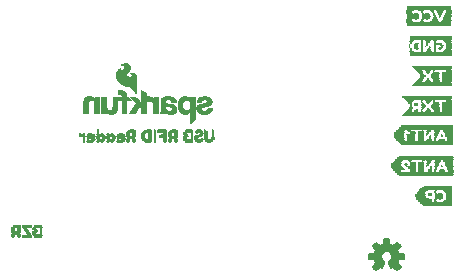
<source format=gbo>
G75*
%MOIN*%
%OFA0B0*%
%FSLAX25Y25*%
%IPPOS*%
%LPD*%
%AMOC8*
5,1,8,0,0,1.08239X$1,22.5*
%
%ADD10R,0.14961X0.00157*%
%ADD11R,0.02205X0.00157*%
%ADD12R,0.02835X0.00157*%
%ADD13R,0.02520X0.00157*%
%ADD14R,0.03307X0.00157*%
%ADD15R,0.01890X0.00157*%
%ADD16R,0.01575X0.00157*%
%ADD17R,0.02047X0.00157*%
%ADD18R,0.02362X0.00157*%
%ADD19R,0.01732X0.00157*%
%ADD20R,0.01102X0.00157*%
%ADD21R,0.00787X0.00157*%
%ADD22R,0.00945X0.00157*%
%ADD23R,0.00630X0.00157*%
%ADD24R,0.00472X0.00157*%
%ADD25R,0.01417X0.00157*%
%ADD26R,0.01260X0.00157*%
%ADD27R,0.02677X0.00157*%
%ADD28R,0.04094X0.00157*%
%ADD29R,0.04252X0.00157*%
%ADD30R,0.00315X0.00157*%
%ADD31R,0.02992X0.00157*%
%ADD32R,0.03150X0.00157*%
%ADD33R,0.03465X0.00157*%
%ADD34R,0.13858X0.00157*%
%ADD35R,0.09606X0.00157*%
%ADD36R,0.00157X0.00157*%
%ADD37R,0.13071X0.00157*%
%ADD38R,0.12913X0.00157*%
%ADD39R,0.12756X0.00157*%
%ADD40R,0.12598X0.00157*%
%ADD41R,0.12441X0.00157*%
%ADD42R,0.12283X0.00157*%
%ADD43R,0.12126X0.00157*%
%ADD44R,0.06142X0.00157*%
%ADD45R,0.16535X0.00157*%
%ADD46R,0.16378X0.00157*%
%ADD47R,0.16220X0.00157*%
%ADD48R,0.16063X0.00157*%
%ADD49R,0.15906X0.00157*%
%ADD50R,0.15748X0.00157*%
%ADD51R,0.15591X0.00157*%
%ADD52R,0.05984X0.00157*%
%ADD53R,0.09449X0.00157*%
%ADD54R,0.09921X0.00157*%
%ADD55R,0.10079X0.00157*%
%ADD56R,0.10236X0.00157*%
%ADD57R,0.10394X0.00157*%
%ADD58R,0.10551X0.00157*%
%ADD59R,0.03622X0.00157*%
%ADD60R,0.06614X0.00157*%
%ADD61R,0.03780X0.00157*%
%ADD62R,0.05039X0.00157*%
%ADD63R,0.04882X0.00157*%
%ADD64R,0.04724X0.00157*%
%ADD65R,0.04567X0.00157*%
%ADD66R,0.04409X0.00157*%
%ADD67C,0.00300*%
%ADD68C,0.00591*%
%ADD69R,0.17008X0.00157*%
%ADD70R,0.17323X0.00157*%
%ADD71R,0.17480X0.00157*%
%ADD72R,0.17638X0.00157*%
%ADD73R,0.17795X0.00157*%
%ADD74R,0.17953X0.00157*%
%ADD75R,0.18110X0.00157*%
%ADD76R,0.18268X0.00157*%
%ADD77R,0.18425X0.00157*%
%ADD78R,0.18583X0.00157*%
%ADD79R,0.18740X0.00157*%
%ADD80R,0.18898X0.00157*%
%ADD81R,0.19055X0.00157*%
%ADD82R,0.15433X0.00157*%
%ADD83R,0.03937X0.00157*%
D10*
X0280385Y0151850D03*
X0280385Y0152008D03*
X0280385Y0152165D03*
X0280385Y0152323D03*
X0280385Y0152480D03*
X0280385Y0152638D03*
X0280385Y0152795D03*
X0280385Y0157205D03*
X0280385Y0157362D03*
X0280385Y0157520D03*
X0280385Y0157677D03*
X0280385Y0157835D03*
X0280385Y0157992D03*
X0280385Y0158150D03*
D11*
X0284086Y0156732D03*
X0284086Y0156575D03*
X0286763Y0157047D03*
X0286763Y0155472D03*
X0286763Y0155315D03*
X0282353Y0153425D03*
X0274007Y0155787D03*
X0286763Y0146417D03*
X0286763Y0146260D03*
X0286763Y0143583D03*
X0282668Y0135945D03*
X0282668Y0134055D03*
X0282826Y0132953D03*
X0279991Y0136890D03*
X0277157Y0136890D03*
X0282761Y0125945D03*
X0282761Y0125787D03*
X0282761Y0124055D03*
X0282918Y0122953D03*
X0283168Y0117140D03*
X0287263Y0114620D03*
X0287263Y0114463D03*
X0284586Y0113360D03*
X0277657Y0113203D03*
X0271200Y0113203D03*
X0271042Y0113360D03*
X0271042Y0117140D03*
X0287355Y0104685D03*
X0287355Y0104528D03*
X0287355Y0104370D03*
X0284678Y0103110D03*
X0286855Y0096260D03*
X0286855Y0093583D03*
X0275072Y0102953D03*
X0274915Y0104055D03*
X0269875Y0103425D03*
X0203621Y0116732D03*
X0195432Y0116890D03*
X0191968Y0115472D03*
X0167558Y0113110D03*
X0164724Y0115000D03*
X0164724Y0115157D03*
X0164724Y0115315D03*
X0164724Y0115472D03*
X0164724Y0115630D03*
D12*
X0167716Y0114213D03*
X0171023Y0113740D03*
X0171023Y0113583D03*
X0171023Y0115000D03*
X0171023Y0115157D03*
X0174330Y0115157D03*
X0174330Y0113583D03*
X0177794Y0114213D03*
X0177794Y0114370D03*
X0181259Y0116575D03*
X0186613Y0116575D03*
X0186613Y0113268D03*
X0195275Y0114370D03*
X0195275Y0116575D03*
X0200314Y0116575D03*
X0200314Y0113268D03*
X0150058Y0084825D03*
X0142972Y0084825D03*
X0150058Y0081518D03*
X0269875Y0106260D03*
X0270033Y0106417D03*
X0270190Y0106575D03*
X0270348Y0106732D03*
X0270505Y0106890D03*
X0274600Y0104528D03*
X0278352Y0096732D03*
X0278194Y0096575D03*
X0278037Y0096417D03*
X0277879Y0096260D03*
X0283706Y0095472D03*
X0283706Y0095315D03*
X0283706Y0094528D03*
X0283706Y0094370D03*
X0286541Y0093110D03*
X0287041Y0105787D03*
X0287041Y0105945D03*
X0270728Y0113990D03*
X0270728Y0116510D03*
X0282446Y0124843D03*
X0282446Y0125157D03*
X0274100Y0126890D03*
X0282353Y0134685D03*
X0282353Y0135157D03*
X0282353Y0135315D03*
X0286448Y0143110D03*
X0283456Y0145787D03*
X0282196Y0153110D03*
X0279519Y0154528D03*
X0279519Y0154685D03*
X0279519Y0154843D03*
X0279519Y0155157D03*
X0279519Y0155315D03*
X0284086Y0157047D03*
X0286448Y0154213D03*
X0286448Y0154055D03*
X0274322Y0157047D03*
X0286948Y0116037D03*
X0286948Y0115880D03*
D13*
X0287105Y0115407D03*
X0287105Y0115250D03*
X0284586Y0113203D03*
X0287198Y0105315D03*
X0287198Y0105157D03*
X0274757Y0104370D03*
X0286698Y0096575D03*
X0286698Y0093268D03*
X0270885Y0113675D03*
X0270885Y0116825D03*
X0282603Y0124370D03*
X0282603Y0125472D03*
X0282511Y0134370D03*
X0282511Y0135630D03*
X0279991Y0137047D03*
X0277157Y0137047D03*
X0286605Y0143268D03*
X0286605Y0146575D03*
X0282353Y0153268D03*
X0279361Y0154213D03*
X0281251Y0157047D03*
X0284086Y0156890D03*
X0286605Y0154843D03*
X0286605Y0154685D03*
X0274165Y0152953D03*
X0203621Y0116575D03*
X0200472Y0116890D03*
X0191810Y0115315D03*
X0191810Y0114528D03*
X0191495Y0117047D03*
X0186771Y0113110D03*
X0177952Y0114055D03*
X0177794Y0113583D03*
X0177637Y0113425D03*
X0177637Y0113268D03*
X0177637Y0115315D03*
X0174172Y0115472D03*
X0174172Y0113268D03*
X0170865Y0113268D03*
X0170865Y0115472D03*
X0167873Y0114055D03*
X0167716Y0113583D03*
X0167558Y0113268D03*
X0150216Y0085140D03*
X0146436Y0085297D03*
D14*
X0146357Y0084825D03*
X0146357Y0084667D03*
X0142735Y0083250D03*
X0146357Y0081990D03*
X0146357Y0081833D03*
X0146357Y0081675D03*
X0146357Y0081518D03*
X0146357Y0081360D03*
X0149822Y0082148D03*
X0181023Y0115000D03*
X0186377Y0116102D03*
X0186377Y0113898D03*
X0186377Y0113740D03*
X0191416Y0116260D03*
X0191416Y0116417D03*
X0191416Y0116575D03*
X0191416Y0116732D03*
X0200078Y0113898D03*
X0269481Y0105472D03*
X0269481Y0105315D03*
X0274363Y0104843D03*
X0286804Y0106732D03*
X0286804Y0106890D03*
X0286712Y0116825D03*
X0286712Y0116982D03*
X0286304Y0122953D03*
X0286212Y0132953D03*
X0286212Y0147047D03*
X0286212Y0153110D03*
X0286212Y0153268D03*
X0282117Y0152953D03*
X0277865Y0157047D03*
X0270491Y0116037D03*
X0270491Y0115880D03*
X0270491Y0114620D03*
X0270491Y0114463D03*
X0277485Y0095472D03*
X0277485Y0095315D03*
X0277485Y0095157D03*
X0277485Y0095000D03*
D15*
X0287013Y0095630D03*
X0287013Y0095787D03*
X0287013Y0095945D03*
X0287013Y0094213D03*
X0287013Y0094055D03*
X0287513Y0102953D03*
X0287513Y0103740D03*
X0287513Y0103898D03*
X0284678Y0103425D03*
X0283261Y0106417D03*
X0283261Y0106575D03*
X0280584Y0102953D03*
X0275072Y0103110D03*
X0275072Y0103268D03*
X0275072Y0103583D03*
X0275072Y0103740D03*
X0275072Y0105157D03*
X0275072Y0105315D03*
X0275072Y0105472D03*
X0275072Y0105787D03*
X0275072Y0105945D03*
X0275072Y0106102D03*
X0270190Y0102953D03*
X0270033Y0103110D03*
X0277657Y0113360D03*
X0277657Y0113518D03*
X0277657Y0113675D03*
X0277657Y0113833D03*
X0277657Y0113990D03*
X0277657Y0114148D03*
X0277657Y0114305D03*
X0277657Y0114463D03*
X0277657Y0114620D03*
X0277657Y0114778D03*
X0277657Y0114935D03*
X0277657Y0115093D03*
X0277657Y0115250D03*
X0277657Y0115407D03*
X0277657Y0115565D03*
X0277657Y0115722D03*
X0277657Y0115880D03*
X0277657Y0116037D03*
X0277657Y0116195D03*
X0277657Y0116352D03*
X0280334Y0117140D03*
X0283168Y0116982D03*
X0283168Y0116825D03*
X0284586Y0113833D03*
X0284586Y0113675D03*
X0287420Y0113833D03*
X0287420Y0113990D03*
X0280334Y0113203D03*
X0274822Y0115565D03*
X0274822Y0116352D03*
X0273627Y0123110D03*
X0280241Y0126732D03*
X0282918Y0123740D03*
X0282826Y0133110D03*
X0282826Y0133583D03*
X0282826Y0133740D03*
X0279991Y0136732D03*
X0278416Y0135000D03*
X0277157Y0133268D03*
X0277157Y0136732D03*
X0286920Y0136260D03*
X0286920Y0144055D03*
X0286920Y0144213D03*
X0286920Y0144370D03*
X0286920Y0145630D03*
X0286920Y0145787D03*
X0286920Y0145945D03*
X0280149Y0146890D03*
X0280149Y0142953D03*
X0274952Y0142953D03*
X0273850Y0153268D03*
X0273850Y0153740D03*
X0273850Y0153898D03*
X0273850Y0155945D03*
X0273850Y0156102D03*
X0273850Y0156575D03*
X0284086Y0156417D03*
X0284086Y0156260D03*
X0286920Y0156102D03*
X0286920Y0155945D03*
X0286920Y0156890D03*
X0203621Y0116890D03*
X0177637Y0115630D03*
D16*
X0177637Y0115787D03*
X0185353Y0115945D03*
X0199369Y0114685D03*
X0199527Y0115000D03*
X0199527Y0115157D03*
X0199527Y0115315D03*
X0202991Y0114528D03*
X0167558Y0115787D03*
X0149271Y0083565D03*
X0149271Y0083407D03*
X0149271Y0083250D03*
X0149113Y0082935D03*
X0273785Y0123425D03*
X0273942Y0123583D03*
X0274100Y0126260D03*
X0278666Y0125000D03*
X0278666Y0124843D03*
X0280241Y0126575D03*
X0287170Y0126575D03*
X0287170Y0126732D03*
X0279991Y0133425D03*
X0278102Y0134370D03*
X0277944Y0134213D03*
X0277787Y0134055D03*
X0277629Y0133898D03*
X0277472Y0133740D03*
X0277314Y0133583D03*
X0278259Y0134685D03*
X0278259Y0135315D03*
X0277629Y0136102D03*
X0277472Y0136260D03*
X0277314Y0136417D03*
X0279991Y0136575D03*
X0284243Y0144370D03*
X0284243Y0144528D03*
X0280149Y0146732D03*
X0276054Y0145315D03*
X0276054Y0145157D03*
X0276054Y0145000D03*
X0276054Y0144843D03*
X0276054Y0144685D03*
X0274794Y0146890D03*
X0277944Y0153110D03*
X0276054Y0155787D03*
X0277944Y0156732D03*
X0279834Y0155787D03*
X0281409Y0156890D03*
X0284086Y0155945D03*
X0280334Y0116982D03*
X0283011Y0116352D03*
X0283011Y0116195D03*
X0284586Y0113990D03*
X0283103Y0105945D03*
X0283103Y0105787D03*
X0284678Y0103740D03*
X0287670Y0103268D03*
X0280584Y0103268D03*
X0280584Y0103110D03*
X0280426Y0106575D03*
D17*
X0283340Y0106732D03*
X0283340Y0106890D03*
X0284757Y0103268D03*
X0287434Y0104055D03*
X0287434Y0104213D03*
X0277828Y0102953D03*
X0274993Y0103898D03*
X0269954Y0103268D03*
X0284507Y0113518D03*
X0287342Y0113203D03*
X0287342Y0114148D03*
X0287342Y0114305D03*
X0282840Y0123898D03*
X0282840Y0126102D03*
X0280163Y0126890D03*
X0280163Y0123110D03*
X0274021Y0126575D03*
X0277078Y0133110D03*
X0280070Y0133110D03*
X0282747Y0133898D03*
X0282747Y0136102D03*
X0286842Y0143740D03*
X0286842Y0143898D03*
X0286842Y0146102D03*
X0282432Y0153583D03*
X0286842Y0155630D03*
X0286842Y0155787D03*
X0277865Y0156890D03*
X0273928Y0156732D03*
X0273928Y0154055D03*
X0273928Y0153110D03*
X0204015Y0115315D03*
X0203228Y0114685D03*
X0203700Y0113110D03*
X0207165Y0113110D03*
X0186850Y0112953D03*
X0167637Y0115630D03*
X0286934Y0096102D03*
X0286934Y0093898D03*
X0286934Y0093740D03*
D18*
X0286777Y0093425D03*
X0286777Y0096417D03*
X0284757Y0102953D03*
X0287277Y0104843D03*
X0287277Y0105000D03*
X0274836Y0104213D03*
X0269796Y0103583D03*
X0270964Y0113518D03*
X0270964Y0116982D03*
X0273706Y0122953D03*
X0274021Y0126732D03*
X0280163Y0127047D03*
X0282682Y0125630D03*
X0282682Y0124213D03*
X0280163Y0122953D03*
X0280070Y0132953D03*
X0282590Y0134213D03*
X0282590Y0135787D03*
X0277078Y0132953D03*
X0286684Y0143425D03*
X0277865Y0152953D03*
X0274086Y0156890D03*
X0286684Y0155157D03*
X0286684Y0155000D03*
X0287184Y0115093D03*
X0287184Y0114935D03*
X0287184Y0114778D03*
X0207165Y0113268D03*
X0203700Y0113268D03*
X0203385Y0114843D03*
X0203542Y0115000D03*
X0203700Y0115157D03*
X0200393Y0112953D03*
X0186850Y0116890D03*
X0181338Y0116890D03*
X0177716Y0115472D03*
X0177558Y0113110D03*
X0174094Y0113110D03*
X0174094Y0115630D03*
X0170787Y0115630D03*
X0170787Y0113110D03*
X0167637Y0115472D03*
X0143050Y0085140D03*
X0150137Y0081203D03*
D19*
X0149192Y0083093D03*
X0150294Y0085297D03*
X0167479Y0112953D03*
X0177558Y0112953D03*
X0199448Y0114843D03*
X0200550Y0117047D03*
X0273706Y0123268D03*
X0274021Y0126417D03*
X0280163Y0123268D03*
X0282997Y0123268D03*
X0282997Y0123425D03*
X0282997Y0123583D03*
X0282997Y0123110D03*
X0287092Y0126260D03*
X0287092Y0126417D03*
X0287092Y0126890D03*
X0282905Y0133268D03*
X0282905Y0133425D03*
X0280070Y0133268D03*
X0278338Y0134843D03*
X0278338Y0135157D03*
X0277235Y0136575D03*
X0277235Y0133425D03*
X0286999Y0136417D03*
X0286999Y0136575D03*
X0286999Y0136732D03*
X0286999Y0136890D03*
X0286999Y0144528D03*
X0286999Y0144685D03*
X0286999Y0144843D03*
X0286999Y0145000D03*
X0286999Y0145157D03*
X0286999Y0145315D03*
X0286999Y0145472D03*
X0280228Y0143110D03*
X0273771Y0153425D03*
X0273771Y0153583D03*
X0273771Y0156260D03*
X0273771Y0156417D03*
X0282432Y0153898D03*
X0282432Y0153740D03*
X0284007Y0156102D03*
X0286999Y0156260D03*
X0286999Y0156417D03*
X0286999Y0156575D03*
X0286999Y0156732D03*
X0283090Y0116667D03*
X0283090Y0116510D03*
X0287499Y0113675D03*
X0287499Y0113518D03*
X0287499Y0113360D03*
X0280413Y0113360D03*
X0274901Y0115722D03*
X0274901Y0115880D03*
X0274901Y0116037D03*
X0274901Y0116195D03*
X0280505Y0106890D03*
X0280505Y0106732D03*
X0283182Y0106260D03*
X0283182Y0106102D03*
X0284757Y0103583D03*
X0287592Y0103583D03*
X0287592Y0103425D03*
X0287592Y0103110D03*
X0277828Y0103110D03*
X0277828Y0103268D03*
X0277828Y0103425D03*
X0277828Y0103583D03*
X0277828Y0103740D03*
X0277828Y0103898D03*
X0277828Y0104055D03*
X0277828Y0104213D03*
X0277828Y0104370D03*
X0277828Y0104528D03*
X0277828Y0104685D03*
X0277828Y0104843D03*
X0277828Y0105000D03*
X0277828Y0105157D03*
X0277828Y0105315D03*
X0277828Y0105472D03*
X0277828Y0105630D03*
X0277828Y0105787D03*
X0277828Y0105945D03*
X0277828Y0106102D03*
X0275151Y0105630D03*
X0275151Y0103425D03*
X0287092Y0095472D03*
X0287092Y0095315D03*
X0287092Y0095157D03*
X0287092Y0095000D03*
X0287092Y0094843D03*
X0287092Y0094685D03*
X0287092Y0094528D03*
X0287092Y0094370D03*
D20*
X0284100Y0095945D03*
X0280792Y0095157D03*
X0280820Y0103740D03*
X0280820Y0103898D03*
X0280190Y0105945D03*
X0282867Y0105000D03*
X0282867Y0104843D03*
X0274048Y0106890D03*
X0272631Y0105630D03*
X0280570Y0113990D03*
X0280098Y0116352D03*
X0282775Y0115407D03*
X0282775Y0115250D03*
X0273641Y0116982D03*
X0276226Y0123268D03*
X0276226Y0123425D03*
X0276226Y0123583D03*
X0276226Y0125157D03*
X0276226Y0125315D03*
X0276226Y0125472D03*
X0276226Y0125630D03*
X0276226Y0125787D03*
X0274178Y0125945D03*
X0274493Y0124370D03*
X0274336Y0124213D03*
X0278430Y0124370D03*
X0278430Y0125630D03*
X0280163Y0126260D03*
X0280070Y0136260D03*
X0280385Y0143740D03*
X0279913Y0146102D03*
X0276291Y0145787D03*
X0276291Y0144055D03*
X0274558Y0143268D03*
X0274558Y0146575D03*
X0284007Y0145945D03*
X0284637Y0145315D03*
X0282432Y0154370D03*
X0282432Y0154528D03*
X0281487Y0156732D03*
X0279755Y0155945D03*
X0205905Y0116575D03*
X0205905Y0116417D03*
X0205905Y0116260D03*
X0205905Y0116102D03*
X0205905Y0115945D03*
X0205905Y0115787D03*
X0205905Y0115630D03*
X0205905Y0115472D03*
X0205905Y0115315D03*
X0205905Y0115157D03*
X0205905Y0115000D03*
X0205905Y0114843D03*
X0205905Y0114685D03*
X0205905Y0114528D03*
X0205905Y0114370D03*
X0205905Y0114213D03*
X0206062Y0114055D03*
X0204487Y0115630D03*
X0204645Y0115787D03*
X0204487Y0116102D03*
X0203700Y0117047D03*
X0202598Y0114213D03*
X0202598Y0114055D03*
X0202755Y0113898D03*
X0198976Y0114055D03*
X0198976Y0114213D03*
X0198976Y0114370D03*
X0198976Y0114528D03*
X0199133Y0115630D03*
X0199133Y0115787D03*
X0199133Y0115945D03*
X0196141Y0115945D03*
X0196141Y0115787D03*
X0196141Y0115630D03*
X0196141Y0115472D03*
X0196141Y0115315D03*
X0196141Y0115157D03*
X0196141Y0113898D03*
X0196141Y0113740D03*
X0196141Y0113583D03*
X0196141Y0113425D03*
X0196141Y0113268D03*
X0196141Y0113110D03*
X0194094Y0113740D03*
X0193936Y0113425D03*
X0193936Y0113268D03*
X0192519Y0113268D03*
X0192519Y0113425D03*
X0192519Y0113583D03*
X0192519Y0113740D03*
X0192519Y0113898D03*
X0192519Y0114055D03*
X0192519Y0114213D03*
X0192519Y0114370D03*
X0192519Y0115630D03*
X0192519Y0115787D03*
X0192519Y0115945D03*
X0193936Y0115787D03*
X0193936Y0115630D03*
X0193936Y0115472D03*
X0193936Y0115315D03*
X0187479Y0115315D03*
X0187479Y0115472D03*
X0187479Y0115630D03*
X0187479Y0115787D03*
X0187479Y0115945D03*
X0187479Y0115157D03*
X0187479Y0115000D03*
X0187479Y0114843D03*
X0187479Y0114685D03*
X0187479Y0114528D03*
X0187479Y0114370D03*
X0187479Y0114213D03*
X0187479Y0114055D03*
X0184960Y0114528D03*
X0184960Y0114685D03*
X0184960Y0114843D03*
X0184960Y0115000D03*
X0184960Y0115157D03*
X0184960Y0115315D03*
X0184960Y0115472D03*
X0185117Y0115630D03*
X0182125Y0115630D03*
X0182125Y0115787D03*
X0182125Y0115945D03*
X0182125Y0115472D03*
X0182125Y0115315D03*
X0182125Y0115157D03*
X0182125Y0113898D03*
X0182125Y0113740D03*
X0182125Y0113583D03*
X0182125Y0113425D03*
X0182125Y0113268D03*
X0182125Y0113110D03*
X0180078Y0113740D03*
X0180078Y0113898D03*
X0179920Y0113425D03*
X0179920Y0113268D03*
X0178661Y0113898D03*
X0178661Y0114685D03*
X0179920Y0115315D03*
X0179920Y0115472D03*
X0179920Y0115630D03*
X0179920Y0115787D03*
X0176771Y0114843D03*
X0176771Y0114685D03*
X0175511Y0114370D03*
X0175353Y0114055D03*
X0175353Y0114685D03*
X0173464Y0114528D03*
X0173464Y0114370D03*
X0173464Y0114213D03*
X0172046Y0114213D03*
X0172046Y0114370D03*
X0172046Y0114528D03*
X0172046Y0114685D03*
X0172046Y0114055D03*
X0170157Y0114055D03*
X0170157Y0114213D03*
X0170157Y0114370D03*
X0170157Y0114528D03*
X0170157Y0114685D03*
X0168582Y0114685D03*
X0168582Y0113898D03*
X0166692Y0114685D03*
X0166692Y0114843D03*
X0165275Y0114843D03*
X0208424Y0114528D03*
X0208424Y0114370D03*
X0208424Y0114213D03*
X0148877Y0084195D03*
X0148877Y0084037D03*
X0148877Y0083880D03*
X0148720Y0082778D03*
X0148720Y0082620D03*
X0148720Y0082463D03*
X0148720Y0082305D03*
X0143838Y0082148D03*
X0143838Y0081990D03*
X0143838Y0081833D03*
X0143838Y0081675D03*
X0143838Y0081518D03*
X0143838Y0081360D03*
X0143838Y0083407D03*
X0143838Y0083565D03*
X0143838Y0083722D03*
X0143838Y0083880D03*
X0143838Y0084037D03*
X0143838Y0084195D03*
X0141633Y0084037D03*
X0141633Y0083880D03*
X0141633Y0083722D03*
X0141633Y0083565D03*
X0141791Y0082148D03*
X0141791Y0081990D03*
X0141633Y0081675D03*
X0141633Y0081518D03*
D21*
X0141633Y0081203D03*
X0143838Y0081203D03*
X0165432Y0112953D03*
X0167479Y0112795D03*
X0170157Y0112953D03*
X0171259Y0112953D03*
X0173464Y0112953D03*
X0174566Y0112953D03*
X0177558Y0112795D03*
X0179920Y0112953D03*
X0182125Y0112953D03*
X0189054Y0112953D03*
X0192519Y0112953D03*
X0193936Y0112953D03*
X0196141Y0112953D03*
X0204645Y0114055D03*
X0174566Y0115787D03*
X0173464Y0115787D03*
X0171259Y0115787D03*
X0165432Y0115787D03*
X0164172Y0115787D03*
X0272631Y0105945D03*
X0274048Y0106732D03*
X0280033Y0105630D03*
X0280033Y0105472D03*
X0280978Y0104213D03*
X0282710Y0104213D03*
X0282710Y0104370D03*
X0282552Y0102953D03*
X0284757Y0104685D03*
X0282682Y0095787D03*
X0282682Y0094055D03*
X0282682Y0093110D03*
X0284100Y0093898D03*
X0280728Y0114305D03*
X0280728Y0114463D03*
X0279940Y0115880D03*
X0282617Y0114778D03*
X0282617Y0114620D03*
X0278115Y0122953D03*
X0278273Y0124055D03*
X0278273Y0125945D03*
X0280163Y0126102D03*
X0280163Y0123898D03*
X0274493Y0124685D03*
X0274178Y0125787D03*
X0280070Y0133898D03*
X0280070Y0136102D03*
X0278180Y0142953D03*
X0280542Y0144055D03*
X0280542Y0144213D03*
X0279755Y0145630D03*
X0282432Y0145945D03*
X0282432Y0146732D03*
X0284007Y0143898D03*
X0274401Y0143583D03*
X0274401Y0146260D03*
X0278023Y0153583D03*
X0278338Y0154055D03*
X0279755Y0153898D03*
X0282275Y0155000D03*
X0282275Y0155157D03*
X0281487Y0156575D03*
X0278023Y0156417D03*
D22*
X0277944Y0156575D03*
X0276054Y0155945D03*
X0276054Y0153898D03*
X0277944Y0153425D03*
X0282353Y0154685D03*
X0282353Y0154843D03*
X0284086Y0155157D03*
X0284086Y0155315D03*
X0284716Y0145157D03*
X0284716Y0145000D03*
X0284716Y0144843D03*
X0284716Y0144685D03*
X0282353Y0143110D03*
X0280464Y0143898D03*
X0279834Y0145787D03*
X0279834Y0145945D03*
X0276369Y0145945D03*
X0274479Y0146417D03*
X0274479Y0143425D03*
X0279991Y0133740D03*
X0278352Y0125787D03*
X0278352Y0124213D03*
X0280241Y0123740D03*
X0276304Y0123740D03*
X0276304Y0123898D03*
X0274572Y0124528D03*
X0276304Y0125945D03*
X0273720Y0116825D03*
X0273877Y0116667D03*
X0280019Y0116195D03*
X0280019Y0116037D03*
X0280649Y0114148D03*
X0282696Y0114935D03*
X0282696Y0115093D03*
X0280111Y0105787D03*
X0280899Y0104055D03*
X0282789Y0104528D03*
X0282789Y0104685D03*
X0272867Y0105157D03*
X0272710Y0105315D03*
X0272710Y0105472D03*
X0272710Y0105787D03*
X0280871Y0095945D03*
X0282761Y0096890D03*
X0208503Y0114685D03*
X0208503Y0114843D03*
X0208503Y0115000D03*
X0208503Y0115157D03*
X0208503Y0115315D03*
X0208503Y0115472D03*
X0208503Y0115630D03*
X0208503Y0115787D03*
X0208503Y0115945D03*
X0208503Y0116102D03*
X0208503Y0116260D03*
X0208503Y0116417D03*
X0208503Y0116575D03*
X0208503Y0116732D03*
X0208503Y0116890D03*
X0205826Y0116890D03*
X0205826Y0116732D03*
X0204566Y0115945D03*
X0202991Y0116102D03*
X0201259Y0115945D03*
X0201259Y0115787D03*
X0201259Y0115630D03*
X0201259Y0115472D03*
X0201259Y0115315D03*
X0201259Y0115157D03*
X0201259Y0115000D03*
X0201259Y0114843D03*
X0201259Y0114685D03*
X0201259Y0114528D03*
X0201259Y0114370D03*
X0201259Y0114213D03*
X0201259Y0114055D03*
X0193857Y0113110D03*
X0192598Y0113110D03*
X0188976Y0113110D03*
X0188976Y0113268D03*
X0188976Y0113425D03*
X0188976Y0113583D03*
X0188976Y0113740D03*
X0188976Y0113898D03*
X0188976Y0114055D03*
X0188976Y0114213D03*
X0188976Y0114370D03*
X0188976Y0114528D03*
X0188976Y0114685D03*
X0188976Y0114843D03*
X0188976Y0115000D03*
X0188976Y0115157D03*
X0188976Y0115315D03*
X0188976Y0115472D03*
X0188976Y0115630D03*
X0188976Y0115787D03*
X0188976Y0115945D03*
X0188976Y0116102D03*
X0188976Y0116260D03*
X0188976Y0116417D03*
X0188976Y0116575D03*
X0188976Y0116732D03*
X0188976Y0116890D03*
X0179842Y0113110D03*
X0175432Y0114213D03*
X0175432Y0114528D03*
X0170078Y0115787D03*
X0170078Y0115945D03*
X0170078Y0116102D03*
X0170078Y0116260D03*
X0170078Y0116417D03*
X0170078Y0116575D03*
X0170078Y0116732D03*
X0170078Y0116890D03*
X0170078Y0117047D03*
X0165353Y0114685D03*
X0165353Y0114528D03*
X0165353Y0114370D03*
X0165353Y0114213D03*
X0165353Y0114055D03*
X0165353Y0113898D03*
X0165353Y0113740D03*
X0165353Y0113583D03*
X0165353Y0113425D03*
X0165353Y0113268D03*
X0165353Y0113110D03*
X0151003Y0084195D03*
X0151003Y0084037D03*
X0151003Y0083880D03*
X0151003Y0083722D03*
X0151003Y0083565D03*
X0151003Y0083407D03*
X0151003Y0083250D03*
X0151003Y0083093D03*
X0151003Y0082935D03*
X0151003Y0082778D03*
X0151003Y0082620D03*
X0151003Y0082463D03*
X0151003Y0082305D03*
X0141554Y0081360D03*
D23*
X0166771Y0113740D03*
X0170078Y0117205D03*
X0176850Y0113740D03*
X0274035Y0116510D03*
X0279861Y0115722D03*
X0280806Y0114620D03*
X0282539Y0114463D03*
X0282539Y0114305D03*
X0282381Y0113203D03*
X0284586Y0114935D03*
X0284586Y0115093D03*
X0278037Y0123110D03*
X0278194Y0123898D03*
X0278194Y0126102D03*
X0278037Y0126890D03*
X0274257Y0125630D03*
X0274415Y0125157D03*
X0274415Y0125000D03*
X0274415Y0124843D03*
X0278102Y0143110D03*
X0276527Y0143898D03*
X0274322Y0143898D03*
X0274322Y0143740D03*
X0274322Y0146102D03*
X0278102Y0146890D03*
X0279676Y0145472D03*
X0280621Y0144370D03*
X0282353Y0145315D03*
X0282353Y0146102D03*
X0282353Y0146260D03*
X0282353Y0146417D03*
X0282353Y0146575D03*
X0282353Y0143268D03*
X0278102Y0153740D03*
X0278259Y0153898D03*
X0278416Y0155787D03*
X0278259Y0155945D03*
X0278102Y0156260D03*
X0281724Y0156260D03*
X0281724Y0156417D03*
X0281881Y0156102D03*
X0282039Y0155787D03*
X0282196Y0155472D03*
X0282196Y0155315D03*
X0284086Y0155000D03*
X0284086Y0154843D03*
X0274127Y0106575D03*
X0274285Y0106260D03*
X0279954Y0105315D03*
X0281056Y0104528D03*
X0281056Y0104370D03*
X0282631Y0104055D03*
X0282631Y0103898D03*
X0282603Y0096732D03*
X0282603Y0095945D03*
X0282603Y0093898D03*
D24*
X0282525Y0093740D03*
X0282525Y0093583D03*
X0282525Y0093425D03*
X0282525Y0093268D03*
X0282525Y0096102D03*
X0282525Y0096260D03*
X0282525Y0096417D03*
X0282525Y0096575D03*
X0282552Y0103110D03*
X0282552Y0103583D03*
X0282552Y0103740D03*
X0281135Y0104685D03*
X0279875Y0105157D03*
X0278458Y0106260D03*
X0278615Y0106890D03*
X0274206Y0106417D03*
X0284757Y0105000D03*
X0284757Y0104843D03*
X0282302Y0113360D03*
X0282460Y0113990D03*
X0282460Y0114148D03*
X0280885Y0114778D03*
X0279783Y0115407D03*
X0279783Y0115565D03*
X0278365Y0116510D03*
X0278365Y0116667D03*
X0278365Y0117140D03*
X0278115Y0123740D03*
X0280163Y0124055D03*
X0280163Y0125945D03*
X0282210Y0126260D03*
X0282210Y0126890D03*
X0278115Y0126260D03*
X0274336Y0125472D03*
X0274336Y0125315D03*
X0280070Y0134055D03*
X0280070Y0135945D03*
X0282117Y0136260D03*
X0282117Y0136890D03*
X0282275Y0143425D03*
X0282275Y0143583D03*
X0282275Y0143740D03*
X0282275Y0143898D03*
X0282275Y0144055D03*
X0282275Y0144213D03*
X0282275Y0144370D03*
X0282275Y0144528D03*
X0282275Y0144685D03*
X0282275Y0144843D03*
X0282275Y0145000D03*
X0282275Y0145157D03*
X0280700Y0144528D03*
X0279598Y0145157D03*
X0279598Y0145315D03*
X0278180Y0145315D03*
X0278180Y0145472D03*
X0278180Y0145630D03*
X0278180Y0145787D03*
X0278180Y0145945D03*
X0278180Y0146102D03*
X0278180Y0146260D03*
X0278180Y0146417D03*
X0278180Y0146575D03*
X0278180Y0146732D03*
X0278180Y0145157D03*
X0278180Y0145000D03*
X0278180Y0144843D03*
X0278180Y0144685D03*
X0278180Y0144528D03*
X0278180Y0144370D03*
X0278180Y0144213D03*
X0278180Y0144055D03*
X0278180Y0143898D03*
X0278180Y0143740D03*
X0278180Y0143583D03*
X0278180Y0143425D03*
X0278180Y0143268D03*
X0274243Y0144055D03*
X0274243Y0144213D03*
X0274243Y0145787D03*
X0274243Y0145945D03*
X0282117Y0155630D03*
X0281960Y0155945D03*
X0278180Y0156102D03*
X0202913Y0115945D03*
X0204645Y0114213D03*
X0207165Y0112795D03*
D25*
X0207165Y0112953D03*
X0206220Y0113898D03*
X0204330Y0115472D03*
X0203700Y0112953D03*
X0199291Y0115472D03*
X0195511Y0117047D03*
X0187007Y0117047D03*
X0185275Y0114055D03*
X0181495Y0117047D03*
X0178503Y0113740D03*
X0168424Y0113740D03*
X0143208Y0085297D03*
X0146042Y0083722D03*
X0146357Y0083250D03*
X0146830Y0082620D03*
X0147145Y0082148D03*
X0149035Y0083722D03*
X0273641Y0117140D03*
X0280255Y0116825D03*
X0280255Y0116667D03*
X0282932Y0116037D03*
X0282932Y0115880D03*
X0280413Y0113518D03*
X0280348Y0106417D03*
X0283025Y0105630D03*
X0283025Y0105472D03*
X0280663Y0103425D03*
X0284100Y0095787D03*
X0284100Y0094055D03*
X0280163Y0123425D03*
X0278588Y0124685D03*
X0278588Y0125157D03*
X0280163Y0126417D03*
X0276226Y0123110D03*
X0276226Y0122953D03*
X0274178Y0123898D03*
X0274021Y0123740D03*
X0278180Y0134528D03*
X0278180Y0135472D03*
X0278023Y0135630D03*
X0277865Y0135787D03*
X0277708Y0135945D03*
X0280070Y0136417D03*
X0280228Y0143268D03*
X0280070Y0146417D03*
X0280070Y0146575D03*
X0276133Y0145472D03*
X0276133Y0144528D03*
X0276133Y0144370D03*
X0274716Y0143110D03*
X0284165Y0144213D03*
X0282432Y0154055D03*
X0282432Y0154213D03*
X0284007Y0155787D03*
X0279755Y0154055D03*
X0276133Y0154055D03*
D26*
X0277944Y0153268D03*
X0284086Y0155472D03*
X0284086Y0155630D03*
X0282511Y0146890D03*
X0279991Y0146260D03*
X0280306Y0143583D03*
X0280306Y0143425D03*
X0282511Y0142953D03*
X0284086Y0144055D03*
X0276212Y0144213D03*
X0276212Y0145630D03*
X0274637Y0146732D03*
X0279991Y0133583D03*
X0278509Y0125472D03*
X0278509Y0125315D03*
X0278509Y0124528D03*
X0280241Y0123583D03*
X0274257Y0124055D03*
X0274100Y0126102D03*
X0280176Y0116510D03*
X0280491Y0113833D03*
X0280491Y0113675D03*
X0282853Y0115565D03*
X0282853Y0115722D03*
X0280269Y0106260D03*
X0280269Y0106102D03*
X0280741Y0103583D03*
X0282946Y0105157D03*
X0282946Y0105315D03*
X0280714Y0095787D03*
X0280714Y0095630D03*
X0280714Y0095472D03*
X0280714Y0095315D03*
X0282761Y0092953D03*
X0208346Y0114055D03*
X0208188Y0113898D03*
X0204566Y0113898D03*
X0202676Y0114370D03*
X0194172Y0113898D03*
X0194015Y0113583D03*
X0194015Y0115157D03*
X0194015Y0115945D03*
X0185196Y0115787D03*
X0185039Y0114370D03*
X0185196Y0114213D03*
X0179999Y0113583D03*
X0179999Y0115157D03*
X0179999Y0115945D03*
X0178582Y0114843D03*
X0173542Y0114685D03*
X0173542Y0114055D03*
X0168503Y0114843D03*
X0145649Y0084195D03*
X0145806Y0084037D03*
X0145964Y0083880D03*
X0146121Y0083565D03*
X0146279Y0083407D03*
X0146436Y0083093D03*
X0146594Y0082935D03*
X0146751Y0082778D03*
X0146909Y0082463D03*
X0147066Y0082305D03*
X0141712Y0081833D03*
X0141712Y0083407D03*
X0141712Y0084195D03*
D27*
X0143050Y0084982D03*
X0150137Y0084982D03*
X0150137Y0081360D03*
X0167637Y0113425D03*
X0167637Y0115157D03*
X0167637Y0115315D03*
X0170944Y0115315D03*
X0170944Y0113425D03*
X0174251Y0113425D03*
X0174251Y0115315D03*
X0177716Y0115157D03*
X0181338Y0116732D03*
X0186692Y0116732D03*
X0191731Y0115157D03*
X0191731Y0115000D03*
X0191731Y0114843D03*
X0191731Y0114685D03*
X0195353Y0116732D03*
X0200393Y0116732D03*
X0203700Y0116417D03*
X0203700Y0116260D03*
X0203700Y0113425D03*
X0200393Y0113110D03*
X0207165Y0113425D03*
X0269796Y0103740D03*
X0274428Y0113360D03*
X0274428Y0113518D03*
X0274428Y0113675D03*
X0274428Y0113833D03*
X0274428Y0113990D03*
X0274428Y0114148D03*
X0274428Y0114305D03*
X0274428Y0114463D03*
X0274428Y0114620D03*
X0274428Y0114778D03*
X0274428Y0114935D03*
X0274428Y0115093D03*
X0274428Y0115250D03*
X0274428Y0115407D03*
X0270806Y0116667D03*
X0270806Y0113833D03*
X0282525Y0124528D03*
X0282525Y0124685D03*
X0282525Y0125315D03*
X0282432Y0134528D03*
X0282432Y0135472D03*
X0286527Y0146732D03*
X0286527Y0154370D03*
X0286527Y0154528D03*
X0279598Y0155000D03*
X0279440Y0155472D03*
X0279440Y0155630D03*
X0279440Y0154370D03*
X0287027Y0115722D03*
X0287027Y0115565D03*
X0287119Y0105630D03*
X0287119Y0105472D03*
X0286619Y0096732D03*
X0283627Y0095630D03*
X0283627Y0094213D03*
D28*
X0270348Y0103898D03*
X0270190Y0104055D03*
X0274952Y0154213D03*
X0274952Y0154370D03*
X0274952Y0155630D03*
D29*
X0275031Y0155472D03*
X0275031Y0155315D03*
X0275031Y0155157D03*
X0275031Y0155000D03*
X0275031Y0154843D03*
X0275031Y0154685D03*
X0275031Y0154528D03*
X0278273Y0094055D03*
X0279218Y0093110D03*
X0279375Y0092953D03*
D30*
X0282474Y0103268D03*
X0282474Y0103425D03*
X0281214Y0104843D03*
X0279796Y0104843D03*
X0279796Y0105000D03*
X0278537Y0106417D03*
X0278537Y0106575D03*
X0278537Y0106732D03*
X0282381Y0113518D03*
X0282381Y0113675D03*
X0282381Y0113833D03*
X0280964Y0114935D03*
X0280964Y0115093D03*
X0279704Y0115250D03*
X0278444Y0116825D03*
X0278444Y0116982D03*
X0284586Y0115407D03*
X0284586Y0115250D03*
X0278037Y0123268D03*
X0278037Y0123425D03*
X0278037Y0123583D03*
X0278037Y0126417D03*
X0278037Y0126575D03*
X0278037Y0126732D03*
X0282289Y0126417D03*
X0280779Y0144685D03*
X0280779Y0144843D03*
X0279519Y0145000D03*
X0274165Y0145000D03*
X0274165Y0144843D03*
X0274165Y0144685D03*
X0274165Y0144528D03*
X0274165Y0144370D03*
X0274165Y0145157D03*
X0274165Y0145315D03*
X0274165Y0145472D03*
X0274165Y0145630D03*
X0284086Y0154528D03*
X0284086Y0154685D03*
X0208503Y0117047D03*
X0205826Y0117047D03*
X0203621Y0112795D03*
X0188976Y0117047D03*
X0177637Y0115945D03*
X0167558Y0115945D03*
D31*
X0167637Y0115000D03*
X0167637Y0114528D03*
X0167794Y0114370D03*
X0171102Y0113898D03*
X0171102Y0114843D03*
X0174409Y0114843D03*
X0174409Y0115000D03*
X0174409Y0113898D03*
X0174409Y0113740D03*
X0177716Y0114528D03*
X0177716Y0115000D03*
X0181180Y0114528D03*
X0181180Y0114370D03*
X0181180Y0114213D03*
X0181180Y0114055D03*
X0181180Y0116417D03*
X0186535Y0116417D03*
X0186535Y0113425D03*
X0195196Y0114055D03*
X0195196Y0114213D03*
X0195196Y0114528D03*
X0195196Y0114685D03*
X0195196Y0116417D03*
X0200235Y0116417D03*
X0203700Y0113740D03*
X0203700Y0113583D03*
X0207165Y0113583D03*
X0200235Y0113425D03*
X0149979Y0084667D03*
X0146357Y0084352D03*
X0142893Y0084667D03*
X0142893Y0082778D03*
X0142893Y0082620D03*
X0142893Y0082463D03*
X0142893Y0082305D03*
X0149979Y0081675D03*
X0269796Y0106102D03*
X0274521Y0104685D03*
X0274428Y0113203D03*
X0270649Y0114148D03*
X0270649Y0116352D03*
X0282367Y0125000D03*
X0286869Y0116352D03*
X0286869Y0116195D03*
X0286962Y0106260D03*
X0286962Y0106102D03*
X0286462Y0096890D03*
X0283785Y0095157D03*
X0283785Y0095000D03*
X0283785Y0094843D03*
X0283785Y0094685D03*
X0278588Y0096890D03*
X0277800Y0096102D03*
X0277643Y0095945D03*
X0277643Y0095787D03*
X0282275Y0134843D03*
X0282275Y0135000D03*
X0283535Y0145472D03*
X0283535Y0145630D03*
X0286369Y0146890D03*
X0286369Y0153740D03*
X0286369Y0153898D03*
D32*
X0286291Y0153583D03*
X0286291Y0153425D03*
X0286291Y0142953D03*
X0286291Y0136102D03*
X0286291Y0135945D03*
X0286291Y0135787D03*
X0286291Y0135630D03*
X0286291Y0135472D03*
X0286291Y0135315D03*
X0286291Y0135157D03*
X0286291Y0135000D03*
X0286291Y0134843D03*
X0286291Y0134685D03*
X0286291Y0134528D03*
X0286291Y0134370D03*
X0286291Y0134213D03*
X0286291Y0134055D03*
X0286291Y0133898D03*
X0286291Y0133740D03*
X0286291Y0133583D03*
X0286291Y0133425D03*
X0286291Y0133268D03*
X0286291Y0133110D03*
X0286383Y0126102D03*
X0286383Y0125945D03*
X0286383Y0125787D03*
X0286383Y0125630D03*
X0286383Y0125472D03*
X0286383Y0125315D03*
X0286383Y0125157D03*
X0286383Y0125000D03*
X0286383Y0124843D03*
X0286383Y0124685D03*
X0286383Y0124528D03*
X0286383Y0124370D03*
X0286383Y0124213D03*
X0286383Y0124055D03*
X0286383Y0123898D03*
X0286383Y0123740D03*
X0286383Y0123583D03*
X0286383Y0123425D03*
X0286383Y0123268D03*
X0286383Y0123110D03*
X0286791Y0116667D03*
X0286791Y0116510D03*
X0270570Y0116195D03*
X0270570Y0114305D03*
X0270820Y0107047D03*
X0269718Y0105945D03*
X0269560Y0105787D03*
X0269560Y0105630D03*
X0286883Y0106417D03*
X0286883Y0106575D03*
X0277564Y0095630D03*
X0286383Y0092953D03*
X0207243Y0113740D03*
X0200157Y0113740D03*
X0200157Y0113583D03*
X0200157Y0116102D03*
X0200157Y0116260D03*
X0195117Y0116260D03*
X0195117Y0116102D03*
X0195117Y0115000D03*
X0195117Y0114843D03*
X0191495Y0116102D03*
X0191495Y0116890D03*
X0186456Y0116260D03*
X0186456Y0113583D03*
X0181102Y0114685D03*
X0181102Y0114843D03*
X0181102Y0116102D03*
X0181102Y0116260D03*
X0146436Y0085140D03*
X0146436Y0084982D03*
X0146436Y0084510D03*
X0146279Y0081203D03*
X0149901Y0081833D03*
X0149901Y0081990D03*
X0149901Y0084352D03*
X0149901Y0084510D03*
X0142814Y0084510D03*
X0142814Y0084352D03*
X0142814Y0083093D03*
X0142814Y0082935D03*
D33*
X0269560Y0104843D03*
X0269560Y0105000D03*
X0269560Y0105157D03*
X0274285Y0105000D03*
X0270413Y0114778D03*
X0270413Y0114935D03*
X0270413Y0115093D03*
X0270413Y0115250D03*
X0270413Y0115407D03*
X0270413Y0115565D03*
X0270413Y0115722D03*
X0286633Y0117140D03*
X0277564Y0094843D03*
X0277564Y0094685D03*
X0286133Y0152953D03*
D34*
X0280936Y0148150D03*
X0280936Y0147992D03*
X0280936Y0147835D03*
X0280936Y0147677D03*
X0280936Y0147520D03*
X0280936Y0147362D03*
X0280936Y0147205D03*
X0280936Y0142795D03*
X0280936Y0142638D03*
X0280936Y0142480D03*
X0280936Y0142323D03*
X0280936Y0142165D03*
X0280936Y0142008D03*
X0280936Y0141850D03*
D35*
X0278810Y0147047D03*
X0283155Y0097992D03*
X0283155Y0092008D03*
D36*
X0281292Y0105000D03*
X0284757Y0105157D03*
X0281042Y0115250D03*
X0279625Y0115093D03*
X0273168Y0115565D03*
X0280163Y0124213D03*
X0280163Y0125787D03*
X0282210Y0126575D03*
X0282210Y0126732D03*
X0280070Y0134213D03*
X0280070Y0135787D03*
X0282117Y0136417D03*
X0282117Y0136575D03*
X0282117Y0136732D03*
X0280857Y0145000D03*
X0279440Y0144843D03*
X0164015Y0114843D03*
D37*
X0281330Y0131850D03*
X0281330Y0138150D03*
D38*
X0281409Y0137992D03*
X0281409Y0132008D03*
D39*
X0281487Y0132165D03*
X0281487Y0137835D03*
D40*
X0281566Y0137677D03*
X0281566Y0132323D03*
D41*
X0281645Y0132480D03*
X0281645Y0137520D03*
D42*
X0281724Y0137362D03*
X0281724Y0132638D03*
D43*
X0281802Y0132795D03*
X0281802Y0137205D03*
D44*
X0284794Y0137047D03*
X0284887Y0127047D03*
D45*
X0279690Y0128150D03*
X0279690Y0121850D03*
D46*
X0279769Y0122008D03*
X0279769Y0127992D03*
D47*
X0279848Y0127835D03*
X0279848Y0122165D03*
D48*
X0279926Y0122323D03*
X0279926Y0127677D03*
D49*
X0280005Y0127520D03*
X0280005Y0122480D03*
D50*
X0280084Y0122638D03*
X0280084Y0127362D03*
D51*
X0280163Y0127205D03*
X0280163Y0122795D03*
D52*
X0275517Y0127047D03*
D53*
X0283233Y0098150D03*
X0283233Y0091850D03*
D54*
X0282997Y0092165D03*
X0282997Y0097835D03*
D55*
X0282918Y0097677D03*
X0282918Y0092323D03*
D56*
X0282840Y0092480D03*
X0282840Y0097520D03*
D57*
X0282761Y0097362D03*
X0282761Y0092638D03*
D58*
X0282682Y0092795D03*
X0282682Y0097205D03*
D59*
X0286147Y0097047D03*
X0277800Y0094370D03*
X0277643Y0094528D03*
X0269639Y0104685D03*
D60*
X0280556Y0097047D03*
D61*
X0278037Y0094213D03*
X0269875Y0104370D03*
X0269718Y0104528D03*
D62*
X0278824Y0093898D03*
D63*
X0278903Y0093740D03*
D64*
X0278981Y0093583D03*
D65*
X0279060Y0093425D03*
D66*
X0279139Y0093268D03*
D67*
X0207787Y0123606D02*
X0207944Y0124000D01*
X0208023Y0124512D01*
X0206566Y0124512D01*
X0206566Y0124276D01*
X0206487Y0124079D01*
X0206369Y0123921D01*
X0206054Y0123685D01*
X0205818Y0123646D01*
X0205621Y0123606D01*
X0205385Y0123567D01*
X0205228Y0123606D01*
X0205070Y0123606D01*
X0204913Y0123646D01*
X0204755Y0123724D01*
X0204598Y0123843D01*
X0204479Y0123961D01*
X0204401Y0124276D01*
X0204440Y0124433D01*
X0204519Y0124591D01*
X0204676Y0124709D01*
X0204873Y0124827D01*
X0205109Y0124906D01*
X0205739Y0125063D01*
X0206133Y0125142D01*
X0206487Y0125220D01*
X0206802Y0125339D01*
X0207078Y0125457D01*
X0207353Y0125614D01*
X0207590Y0125772D01*
X0207747Y0126008D01*
X0207865Y0126283D01*
X0207905Y0126638D01*
X0207865Y0127110D01*
X0207708Y0127504D01*
X0207432Y0127819D01*
X0207157Y0128055D01*
X0206763Y0128252D01*
X0206369Y0128331D01*
X0205936Y0128409D01*
X0205031Y0128409D01*
X0204598Y0128331D01*
X0204204Y0128213D01*
X0203850Y0128055D01*
X0203535Y0127819D01*
X0203298Y0127504D01*
X0203102Y0127110D01*
X0203023Y0126638D01*
X0204479Y0126638D01*
X0204519Y0126835D01*
X0204598Y0127031D01*
X0204676Y0127150D01*
X0204794Y0127228D01*
X0204952Y0127307D01*
X0205149Y0127386D01*
X0205818Y0127386D01*
X0205936Y0127346D01*
X0206094Y0127307D01*
X0206212Y0127268D01*
X0206369Y0127031D01*
X0206369Y0126874D01*
X0206330Y0126717D01*
X0206212Y0126559D01*
X0206054Y0126441D01*
X0205818Y0126323D01*
X0205582Y0126244D01*
X0205267Y0126205D01*
X0204322Y0125969D01*
X0203968Y0125890D01*
X0203416Y0125575D01*
X0203180Y0125378D01*
X0203023Y0125142D01*
X0202905Y0124866D01*
X0202865Y0124512D01*
X0202944Y0124000D01*
X0203102Y0123567D01*
X0203338Y0123252D01*
X0203653Y0122976D01*
X0204046Y0122780D01*
X0204479Y0122661D01*
X0204952Y0122583D01*
X0205424Y0122543D01*
X0205897Y0122583D01*
X0206369Y0122661D01*
X0206802Y0122780D01*
X0207196Y0122976D01*
X0207511Y0123252D01*
X0207787Y0123606D01*
X0207710Y0123508D02*
X0203146Y0123508D01*
X0203014Y0123807D02*
X0204645Y0123807D01*
X0204443Y0124105D02*
X0202928Y0124105D01*
X0202882Y0124404D02*
X0204433Y0124404D01*
X0204668Y0124702D02*
X0202886Y0124702D01*
X0202962Y0125001D02*
X0205490Y0125001D01*
X0205227Y0126195D02*
X0207827Y0126195D01*
X0207889Y0126493D02*
X0206124Y0126493D01*
X0206349Y0126792D02*
X0207892Y0126792D01*
X0207867Y0127090D02*
X0206330Y0127090D01*
X0206601Y0128284D02*
X0204443Y0128284D01*
X0203757Y0127986D02*
X0207237Y0127986D01*
X0207547Y0127687D02*
X0203436Y0127687D01*
X0203241Y0127389D02*
X0207754Y0127389D01*
X0207673Y0125896D02*
X0203997Y0125896D01*
X0203457Y0125598D02*
X0207325Y0125598D01*
X0206698Y0125299D02*
X0203128Y0125299D01*
X0202235Y0125299D02*
X0200779Y0125299D01*
X0200779Y0125142D02*
X0200621Y0124512D01*
X0200503Y0124236D01*
X0200306Y0124039D01*
X0200070Y0123843D01*
X0199794Y0123764D01*
X0199440Y0123724D01*
X0199125Y0123764D01*
X0198810Y0123843D01*
X0198574Y0124039D01*
X0198416Y0124236D01*
X0198298Y0124512D01*
X0196960Y0123882D01*
X0197196Y0123449D01*
X0197550Y0123094D01*
X0197983Y0122780D01*
X0198456Y0122622D01*
X0199046Y0122543D01*
X0199755Y0122661D01*
X0199991Y0122780D01*
X0200385Y0123016D01*
X0200700Y0123409D01*
X0200739Y0123409D01*
X0200739Y0119394D01*
X0201094Y0119748D01*
X0201684Y0120220D01*
X0202039Y0120575D01*
X0202235Y0120732D01*
X0202235Y0128016D01*
X0202078Y0128055D01*
X0201881Y0128094D01*
X0201684Y0128094D01*
X0201527Y0128134D01*
X0201330Y0128173D01*
X0201172Y0128213D01*
X0200779Y0128291D01*
X0200779Y0127583D01*
X0200621Y0127780D01*
X0200464Y0127937D01*
X0200267Y0128094D01*
X0199873Y0128331D01*
X0199401Y0128409D01*
X0199125Y0128409D01*
X0198535Y0128370D01*
X0197983Y0128173D01*
X0197550Y0127898D01*
X0197196Y0127504D01*
X0196920Y0127071D01*
X0196763Y0126559D01*
X0196645Y0126008D01*
X0196605Y0125417D01*
X0198141Y0125457D01*
X0198141Y0125811D01*
X0198180Y0126126D01*
X0198298Y0126441D01*
X0198416Y0126717D01*
X0198613Y0126953D01*
X0198850Y0127110D01*
X0199125Y0127228D01*
X0199479Y0127268D01*
X0199794Y0127228D01*
X0200109Y0127110D01*
X0200306Y0126953D01*
X0200503Y0126717D01*
X0200621Y0126441D01*
X0200739Y0126126D01*
X0200779Y0125811D01*
X0200779Y0125142D01*
X0200743Y0125001D02*
X0202235Y0125001D01*
X0202235Y0124702D02*
X0200669Y0124702D01*
X0200575Y0124404D02*
X0202235Y0124404D01*
X0202235Y0124105D02*
X0200372Y0124105D01*
X0199945Y0123807D02*
X0202235Y0123807D01*
X0202235Y0123508D02*
X0197164Y0123508D01*
X0197001Y0123807D02*
X0198953Y0123807D01*
X0198521Y0124105D02*
X0197434Y0124105D01*
X0196867Y0124105D01*
X0196960Y0123882D02*
X0198298Y0124512D01*
X0198180Y0124827D01*
X0198141Y0125142D01*
X0198141Y0125457D01*
X0196605Y0125417D01*
X0196645Y0124866D01*
X0196763Y0124354D01*
X0196960Y0123882D01*
X0196752Y0124404D02*
X0198069Y0124404D01*
X0198345Y0124404D01*
X0198227Y0124702D02*
X0196683Y0124702D01*
X0196635Y0125001D02*
X0198159Y0125001D01*
X0198141Y0125299D02*
X0196614Y0125299D01*
X0196617Y0125598D02*
X0198141Y0125598D01*
X0198152Y0125896D02*
X0196637Y0125896D01*
X0196685Y0126195D02*
X0198206Y0126195D01*
X0198321Y0126493D02*
X0196749Y0126493D01*
X0196835Y0126792D02*
X0198479Y0126792D01*
X0198820Y0127090D02*
X0196933Y0127090D01*
X0197123Y0127389D02*
X0202235Y0127389D01*
X0202235Y0127687D02*
X0200779Y0127687D01*
X0200695Y0127687D02*
X0197361Y0127687D01*
X0197689Y0127986D02*
X0200403Y0127986D01*
X0200779Y0127986D02*
X0202235Y0127986D01*
X0202235Y0127090D02*
X0200134Y0127090D01*
X0200440Y0126792D02*
X0202235Y0126792D01*
X0202235Y0126493D02*
X0200599Y0126493D01*
X0200713Y0126195D02*
X0202235Y0126195D01*
X0202235Y0125896D02*
X0200768Y0125896D01*
X0200779Y0125598D02*
X0202235Y0125598D01*
X0203048Y0126792D02*
X0204510Y0126792D01*
X0204637Y0127090D02*
X0203098Y0127090D01*
X0200813Y0128284D02*
X0200779Y0128284D01*
X0199950Y0128284D02*
X0198295Y0128284D01*
X0195818Y0127268D02*
X0195700Y0127425D01*
X0195582Y0127622D01*
X0195464Y0127780D01*
X0195306Y0127898D01*
X0194913Y0128134D01*
X0194716Y0128213D01*
X0194519Y0128252D01*
X0194283Y0128331D01*
X0194046Y0128370D01*
X0193850Y0128409D01*
X0192944Y0128409D01*
X0192747Y0128370D01*
X0192511Y0128370D01*
X0192314Y0128331D01*
X0192117Y0128252D01*
X0191920Y0128213D01*
X0191724Y0128134D01*
X0191251Y0127780D01*
X0191133Y0127622D01*
X0191054Y0127465D01*
X0190976Y0127268D01*
X0190936Y0127071D01*
X0190936Y0123646D01*
X0190897Y0123567D01*
X0190897Y0123213D01*
X0190857Y0123134D01*
X0190857Y0123055D01*
X0190818Y0122976D01*
X0190818Y0122858D01*
X0190779Y0122780D01*
X0190739Y0122740D01*
X0190739Y0122701D01*
X0192275Y0122701D01*
X0192275Y0122740D01*
X0192314Y0122780D01*
X0192314Y0122819D01*
X0192353Y0122858D01*
X0192353Y0122976D01*
X0192393Y0123016D01*
X0192393Y0123252D01*
X0192472Y0123134D01*
X0192590Y0123055D01*
X0192668Y0122976D01*
X0192787Y0122898D01*
X0192905Y0122858D01*
X0193023Y0122780D01*
X0193495Y0122622D01*
X0193613Y0122622D01*
X0193731Y0122583D01*
X0193889Y0122583D01*
X0194007Y0122543D01*
X0194440Y0122543D01*
X0194637Y0122583D01*
X0194834Y0122583D01*
X0194991Y0122622D01*
X0195188Y0122701D01*
X0195346Y0122780D01*
X0195464Y0122858D01*
X0195621Y0122937D01*
X0195739Y0123055D01*
X0195818Y0123173D01*
X0195936Y0123331D01*
X0196015Y0123449D01*
X0196054Y0123646D01*
X0196133Y0123803D01*
X0196133Y0124000D01*
X0196172Y0124197D01*
X0196094Y0124630D01*
X0195976Y0124984D01*
X0195818Y0125260D01*
X0195542Y0125496D01*
X0195267Y0125654D01*
X0194952Y0125772D01*
X0194637Y0125850D01*
X0194283Y0125890D01*
X0193968Y0125063D01*
X0194086Y0125024D01*
X0194165Y0124984D01*
X0194204Y0124945D01*
X0194361Y0124866D01*
X0194401Y0124827D01*
X0194479Y0124787D01*
X0194598Y0124551D01*
X0194598Y0124472D01*
X0194637Y0124394D01*
X0194637Y0124197D01*
X0194598Y0124079D01*
X0194598Y0124000D01*
X0194558Y0123921D01*
X0194519Y0123882D01*
X0194479Y0123803D01*
X0194401Y0123764D01*
X0194361Y0123724D01*
X0194204Y0123646D01*
X0194125Y0123646D01*
X0194046Y0123606D01*
X0193968Y0123606D01*
X0193889Y0123567D01*
X0193692Y0123567D01*
X0193495Y0123606D01*
X0193298Y0123606D01*
X0193141Y0123685D01*
X0192983Y0123724D01*
X0192865Y0123803D01*
X0192787Y0123882D01*
X0192708Y0124000D01*
X0192629Y0124079D01*
X0192550Y0124315D01*
X0192511Y0124394D01*
X0192472Y0124512D01*
X0192472Y0125417D01*
X0192550Y0125339D01*
X0192629Y0125339D01*
X0192787Y0125260D01*
X0192865Y0125260D01*
X0192944Y0125220D01*
X0193102Y0125220D01*
X0193298Y0126008D01*
X0193023Y0126087D01*
X0192787Y0126165D01*
X0192590Y0126283D01*
X0192472Y0126441D01*
X0192472Y0126874D01*
X0192590Y0127110D01*
X0192629Y0127150D01*
X0192668Y0127228D01*
X0192905Y0127346D01*
X0192983Y0127346D01*
X0193062Y0127386D01*
X0193771Y0127386D01*
X0194165Y0127189D01*
X0194322Y0127031D01*
X0194361Y0126953D01*
X0194401Y0126835D01*
X0194440Y0126756D01*
X0194440Y0126559D01*
X0195976Y0126559D01*
X0195897Y0127031D01*
X0195818Y0127268D01*
X0195727Y0127389D02*
X0191024Y0127389D01*
X0190940Y0127090D02*
X0192580Y0127090D01*
X0192472Y0126792D02*
X0190936Y0126792D01*
X0190936Y0126493D02*
X0192472Y0126493D01*
X0192737Y0126195D02*
X0190936Y0126195D01*
X0190936Y0125896D02*
X0193270Y0125896D01*
X0194224Y0125896D01*
X0194283Y0125890D02*
X0193968Y0125063D01*
X0193889Y0125063D01*
X0193810Y0125102D01*
X0193653Y0125102D01*
X0193535Y0125142D01*
X0193377Y0125142D01*
X0193259Y0125181D01*
X0193180Y0125181D01*
X0193102Y0125220D01*
X0193298Y0126008D01*
X0193574Y0125969D01*
X0194283Y0125890D01*
X0194171Y0125598D02*
X0195364Y0125598D01*
X0195772Y0125299D02*
X0194058Y0125299D01*
X0193121Y0125299D01*
X0192708Y0125299D01*
X0192472Y0125299D02*
X0190936Y0125299D01*
X0190936Y0125001D02*
X0192472Y0125001D01*
X0192472Y0124702D02*
X0190936Y0124702D01*
X0190936Y0124404D02*
X0192508Y0124404D01*
X0192620Y0124105D02*
X0190936Y0124105D01*
X0190936Y0123807D02*
X0192862Y0123807D01*
X0192421Y0123210D02*
X0195845Y0123210D01*
X0196027Y0123508D02*
X0190897Y0123508D01*
X0190895Y0123210D02*
X0192393Y0123210D01*
X0192353Y0122911D02*
X0190818Y0122911D01*
X0190070Y0122911D02*
X0188535Y0122911D01*
X0188535Y0122701D02*
X0190070Y0122701D01*
X0190070Y0128016D01*
X0189873Y0128055D01*
X0189716Y0128094D01*
X0189519Y0128094D01*
X0189322Y0128134D01*
X0189165Y0128173D01*
X0188771Y0128252D01*
X0188613Y0128291D01*
X0188613Y0127228D01*
X0188456Y0127504D01*
X0188298Y0127701D01*
X0188102Y0127937D01*
X0187905Y0128094D01*
X0187629Y0128252D01*
X0187393Y0128331D01*
X0187117Y0128409D01*
X0186566Y0128409D01*
X0186527Y0128370D01*
X0186487Y0128370D01*
X0186487Y0126953D01*
X0186527Y0126953D01*
X0186605Y0126992D01*
X0187039Y0126992D01*
X0187432Y0126953D01*
X0187747Y0126874D01*
X0188023Y0126717D01*
X0188220Y0126480D01*
X0188377Y0126205D01*
X0188456Y0125929D01*
X0188535Y0125575D01*
X0188535Y0122701D01*
X0188535Y0123210D02*
X0190070Y0123210D01*
X0190070Y0123508D02*
X0188535Y0123508D01*
X0188535Y0123807D02*
X0190070Y0123807D01*
X0190070Y0124105D02*
X0188535Y0124105D01*
X0188535Y0124404D02*
X0190070Y0124404D01*
X0190070Y0124702D02*
X0188535Y0124702D01*
X0188535Y0125001D02*
X0190070Y0125001D01*
X0190070Y0125299D02*
X0188535Y0125299D01*
X0188529Y0125598D02*
X0190070Y0125598D01*
X0190070Y0125896D02*
X0188463Y0125896D01*
X0188380Y0126195D02*
X0190070Y0126195D01*
X0190070Y0126493D02*
X0188209Y0126493D01*
X0187891Y0126792D02*
X0190070Y0126792D01*
X0190070Y0127090D02*
X0186487Y0127090D01*
X0186487Y0127389D02*
X0188522Y0127389D01*
X0188613Y0127389D02*
X0190070Y0127389D01*
X0190070Y0127687D02*
X0188613Y0127687D01*
X0188613Y0127986D02*
X0190070Y0127986D01*
X0191182Y0127687D02*
X0195533Y0127687D01*
X0195159Y0127986D02*
X0191526Y0127986D01*
X0192198Y0128284D02*
X0194422Y0128284D01*
X0194263Y0127090D02*
X0195877Y0127090D01*
X0195937Y0126792D02*
X0194422Y0126792D01*
X0194171Y0125598D02*
X0193196Y0125598D01*
X0190936Y0125598D01*
X0194131Y0125001D02*
X0195966Y0125001D01*
X0196070Y0124702D02*
X0194522Y0124702D01*
X0194632Y0124404D02*
X0196135Y0124404D01*
X0196154Y0124105D02*
X0194606Y0124105D01*
X0194481Y0123807D02*
X0196133Y0123807D01*
X0195570Y0122911D02*
X0192766Y0122911D01*
X0193641Y0122613D02*
X0194954Y0122613D01*
X0197435Y0123210D02*
X0200540Y0123210D01*
X0200739Y0123210D02*
X0202235Y0123210D01*
X0202235Y0122911D02*
X0200739Y0122911D01*
X0200739Y0122613D02*
X0202235Y0122613D01*
X0202235Y0122314D02*
X0200739Y0122314D01*
X0200739Y0122016D02*
X0202235Y0122016D01*
X0202235Y0121717D02*
X0200739Y0121717D01*
X0200739Y0121419D02*
X0202235Y0121419D01*
X0202235Y0121120D02*
X0200739Y0121120D01*
X0200739Y0120822D02*
X0202235Y0120822D01*
X0201987Y0120523D02*
X0200739Y0120523D01*
X0200739Y0120225D02*
X0201688Y0120225D01*
X0201316Y0119926D02*
X0200739Y0119926D01*
X0200739Y0119628D02*
X0200973Y0119628D01*
X0199463Y0122613D02*
X0198526Y0122613D01*
X0197802Y0122911D02*
X0200211Y0122911D01*
X0203386Y0123210D02*
X0207463Y0123210D01*
X0207066Y0122911D02*
X0203783Y0122911D01*
X0204772Y0122613D02*
X0206077Y0122613D01*
X0206217Y0123807D02*
X0207867Y0123807D01*
X0207960Y0124105D02*
X0206498Y0124105D01*
X0206566Y0124404D02*
X0208006Y0124404D01*
X0188641Y0128284D02*
X0188613Y0128284D01*
X0188040Y0127986D02*
X0186487Y0127986D01*
X0186487Y0128284D02*
X0187532Y0128284D01*
X0188309Y0127687D02*
X0186487Y0127687D01*
X0185897Y0127687D02*
X0184361Y0127687D01*
X0184361Y0127389D02*
X0185897Y0127389D01*
X0185897Y0127090D02*
X0184361Y0127090D01*
X0184361Y0126792D02*
X0185897Y0126792D01*
X0185897Y0126493D02*
X0184361Y0126493D01*
X0184160Y0126493D02*
X0182454Y0126493D01*
X0182708Y0126244D02*
X0180385Y0122701D01*
X0182235Y0122701D01*
X0183771Y0125181D01*
X0184361Y0124630D01*
X0184361Y0122701D01*
X0185897Y0122701D01*
X0185897Y0129551D01*
X0184361Y0130378D01*
X0184361Y0126283D01*
X0182432Y0128291D01*
X0180621Y0128291D01*
X0182708Y0126244D01*
X0182676Y0126195D02*
X0185897Y0126195D01*
X0185897Y0125896D02*
X0182480Y0125896D01*
X0182284Y0125598D02*
X0185897Y0125598D01*
X0185897Y0125299D02*
X0182088Y0125299D01*
X0181893Y0125001D02*
X0183659Y0125001D01*
X0183964Y0125001D02*
X0185897Y0125001D01*
X0185897Y0124702D02*
X0184284Y0124702D01*
X0184361Y0124404D02*
X0185897Y0124404D01*
X0185897Y0124105D02*
X0184361Y0124105D01*
X0184361Y0123807D02*
X0185897Y0123807D01*
X0185897Y0123508D02*
X0184361Y0123508D01*
X0184361Y0123210D02*
X0185897Y0123210D01*
X0185897Y0122911D02*
X0184361Y0122911D01*
X0182920Y0123807D02*
X0181110Y0123807D01*
X0181306Y0124105D02*
X0183105Y0124105D01*
X0183290Y0124404D02*
X0181501Y0124404D01*
X0181697Y0124702D02*
X0183474Y0124702D01*
X0182735Y0123508D02*
X0180914Y0123508D01*
X0180719Y0123210D02*
X0182550Y0123210D01*
X0182366Y0122911D02*
X0180523Y0122911D01*
X0179440Y0122911D02*
X0177944Y0122911D01*
X0177944Y0122701D02*
X0179440Y0122701D01*
X0179440Y0127268D01*
X0180976Y0127268D01*
X0180818Y0127386D01*
X0180188Y0128016D01*
X0180031Y0128134D01*
X0179913Y0128291D01*
X0179440Y0128291D01*
X0179440Y0129079D01*
X0179322Y0129394D01*
X0179204Y0129669D01*
X0179007Y0129906D01*
X0178731Y0130102D01*
X0178416Y0130260D01*
X0178023Y0130378D01*
X0176881Y0130378D01*
X0176802Y0130339D01*
X0176802Y0129236D01*
X0177472Y0129236D01*
X0177629Y0129197D01*
X0177787Y0129118D01*
X0177865Y0129000D01*
X0177905Y0128921D01*
X0177905Y0128764D01*
X0177944Y0128606D01*
X0177944Y0128291D01*
X0176881Y0128291D01*
X0176881Y0127268D01*
X0177944Y0127268D01*
X0177944Y0122701D01*
X0177944Y0123210D02*
X0179440Y0123210D01*
X0179440Y0123508D02*
X0177944Y0123508D01*
X0177944Y0123807D02*
X0179440Y0123807D01*
X0179440Y0124105D02*
X0177944Y0124105D01*
X0177944Y0124404D02*
X0179440Y0124404D01*
X0179440Y0124702D02*
X0177944Y0124702D01*
X0177944Y0125001D02*
X0179440Y0125001D01*
X0179440Y0125299D02*
X0177944Y0125299D01*
X0177944Y0125598D02*
X0179440Y0125598D01*
X0179440Y0125896D02*
X0177944Y0125896D01*
X0177944Y0126195D02*
X0179440Y0126195D01*
X0179440Y0126493D02*
X0177944Y0126493D01*
X0177944Y0126792D02*
X0179440Y0126792D01*
X0179440Y0127090D02*
X0177944Y0127090D01*
X0176881Y0127389D02*
X0180815Y0127389D01*
X0180517Y0127687D02*
X0176881Y0127687D01*
X0176881Y0127986D02*
X0180218Y0127986D01*
X0179918Y0128284D02*
X0176881Y0128284D01*
X0176409Y0128284D02*
X0174913Y0128284D01*
X0174913Y0128291D02*
X0174913Y0125142D01*
X0174834Y0124512D01*
X0174794Y0124276D01*
X0174558Y0123961D01*
X0174361Y0123843D01*
X0174165Y0123803D01*
X0173928Y0123764D01*
X0173613Y0123803D01*
X0173377Y0123843D01*
X0173180Y0123961D01*
X0173023Y0124118D01*
X0172905Y0124354D01*
X0172787Y0124630D01*
X0172747Y0124945D01*
X0172747Y0128291D01*
X0171212Y0128291D01*
X0171212Y0122701D01*
X0172668Y0122701D01*
X0172668Y0123488D01*
X0172708Y0123488D01*
X0172865Y0123252D01*
X0173023Y0123055D01*
X0173220Y0122898D01*
X0173456Y0122780D01*
X0173653Y0122701D01*
X0173889Y0122622D01*
X0174165Y0122583D01*
X0174401Y0122543D01*
X0174952Y0122583D01*
X0175385Y0122740D01*
X0175739Y0122937D01*
X0176015Y0123173D01*
X0176212Y0123528D01*
X0176330Y0123921D01*
X0176409Y0124354D01*
X0176409Y0128291D01*
X0174913Y0128291D01*
X0174913Y0127986D02*
X0176409Y0127986D01*
X0176409Y0127687D02*
X0174913Y0127687D01*
X0174913Y0127389D02*
X0176409Y0127389D01*
X0176409Y0127090D02*
X0174913Y0127090D01*
X0174913Y0126792D02*
X0176409Y0126792D01*
X0176409Y0126493D02*
X0174913Y0126493D01*
X0174913Y0126195D02*
X0176409Y0126195D01*
X0176409Y0125896D02*
X0174913Y0125896D01*
X0174913Y0125598D02*
X0176409Y0125598D01*
X0176409Y0125299D02*
X0174913Y0125299D01*
X0174895Y0125001D02*
X0176409Y0125001D01*
X0176409Y0124702D02*
X0174858Y0124702D01*
X0174816Y0124404D02*
X0176409Y0124404D01*
X0176363Y0124105D02*
X0174667Y0124105D01*
X0174182Y0123807D02*
X0176296Y0123807D01*
X0176201Y0123508D02*
X0171212Y0123508D01*
X0171212Y0123210D02*
X0172668Y0123210D01*
X0172899Y0123210D02*
X0176035Y0123210D01*
X0175693Y0122911D02*
X0173203Y0122911D01*
X0172668Y0122911D02*
X0171212Y0122911D01*
X0170385Y0122911D02*
X0168850Y0122911D01*
X0168850Y0122701D02*
X0170385Y0122701D01*
X0170385Y0128291D01*
X0168928Y0128291D01*
X0168928Y0127504D01*
X0168889Y0127504D01*
X0168731Y0127740D01*
X0168574Y0127898D01*
X0168377Y0128055D01*
X0168141Y0128213D01*
X0167668Y0128370D01*
X0167432Y0128409D01*
X0167196Y0128409D01*
X0166645Y0128370D01*
X0166212Y0128252D01*
X0165857Y0128055D01*
X0165582Y0127780D01*
X0165385Y0127465D01*
X0165267Y0127071D01*
X0165188Y0126638D01*
X0165149Y0126126D01*
X0165149Y0122701D01*
X0166684Y0122701D01*
X0166684Y0125850D01*
X0166724Y0126165D01*
X0166763Y0126441D01*
X0166802Y0126677D01*
X0166920Y0126874D01*
X0167039Y0127031D01*
X0167235Y0127150D01*
X0167432Y0127189D01*
X0167668Y0127228D01*
X0167983Y0127189D01*
X0168220Y0127150D01*
X0168416Y0127031D01*
X0168574Y0126835D01*
X0168692Y0126638D01*
X0168810Y0126362D01*
X0168850Y0126008D01*
X0168850Y0122701D01*
X0168850Y0123210D02*
X0170385Y0123210D01*
X0170385Y0123508D02*
X0168850Y0123508D01*
X0168850Y0123807D02*
X0170385Y0123807D01*
X0170385Y0124105D02*
X0168850Y0124105D01*
X0168850Y0124404D02*
X0170385Y0124404D01*
X0170385Y0124702D02*
X0168850Y0124702D01*
X0168850Y0125001D02*
X0170385Y0125001D01*
X0170385Y0125299D02*
X0168850Y0125299D01*
X0168850Y0125598D02*
X0170385Y0125598D01*
X0170385Y0125896D02*
X0168850Y0125896D01*
X0168829Y0126195D02*
X0170385Y0126195D01*
X0170385Y0126493D02*
X0168754Y0126493D01*
X0168600Y0126792D02*
X0170385Y0126792D01*
X0170385Y0127090D02*
X0168318Y0127090D01*
X0168767Y0127687D02*
X0165524Y0127687D01*
X0165362Y0127389D02*
X0170385Y0127389D01*
X0170385Y0127687D02*
X0168928Y0127687D01*
X0168928Y0127986D02*
X0170385Y0127986D01*
X0170385Y0128284D02*
X0168928Y0128284D01*
X0168464Y0127986D02*
X0165788Y0127986D01*
X0166331Y0128284D02*
X0167925Y0128284D01*
X0167137Y0127090D02*
X0165273Y0127090D01*
X0165216Y0126792D02*
X0166871Y0126792D01*
X0166772Y0126493D02*
X0165177Y0126493D01*
X0165154Y0126195D02*
X0166728Y0126195D01*
X0166690Y0125896D02*
X0165149Y0125896D01*
X0165149Y0125598D02*
X0166684Y0125598D01*
X0166684Y0125299D02*
X0165149Y0125299D01*
X0165149Y0125001D02*
X0166684Y0125001D01*
X0166684Y0124702D02*
X0165149Y0124702D01*
X0165149Y0124404D02*
X0166684Y0124404D01*
X0166684Y0124105D02*
X0165149Y0124105D01*
X0165149Y0123807D02*
X0166684Y0123807D01*
X0166684Y0123508D02*
X0165149Y0123508D01*
X0165149Y0123210D02*
X0166684Y0123210D01*
X0166684Y0122911D02*
X0165149Y0122911D01*
X0171212Y0123807D02*
X0173592Y0123807D01*
X0173036Y0124105D02*
X0171212Y0124105D01*
X0171212Y0124404D02*
X0172884Y0124404D01*
X0172778Y0124702D02*
X0171212Y0124702D01*
X0171212Y0125001D02*
X0172747Y0125001D01*
X0172747Y0125299D02*
X0171212Y0125299D01*
X0171212Y0125598D02*
X0172747Y0125598D01*
X0172747Y0125896D02*
X0171212Y0125896D01*
X0171212Y0126195D02*
X0172747Y0126195D01*
X0172747Y0126493D02*
X0171212Y0126493D01*
X0171212Y0126792D02*
X0172747Y0126792D01*
X0172747Y0127090D02*
X0171212Y0127090D01*
X0171212Y0127389D02*
X0172747Y0127389D01*
X0172747Y0127687D02*
X0171212Y0127687D01*
X0171212Y0127986D02*
X0172747Y0127986D01*
X0172747Y0128284D02*
X0171212Y0128284D01*
X0176802Y0129478D02*
X0179286Y0129478D01*
X0179402Y0129180D02*
X0177663Y0129180D01*
X0177905Y0128881D02*
X0179440Y0128881D01*
X0179440Y0128583D02*
X0177944Y0128583D01*
X0176802Y0129777D02*
X0179114Y0129777D01*
X0178769Y0130075D02*
X0176802Y0130075D01*
X0176873Y0130374D02*
X0178036Y0130374D01*
X0178465Y0132165D02*
X0182747Y0132165D01*
X0182747Y0131867D02*
X0180411Y0131867D01*
X0180464Y0131835D02*
X0180267Y0131953D01*
X0180031Y0131992D01*
X0179283Y0131992D01*
X0178810Y0132071D01*
X0178377Y0132189D01*
X0177983Y0132346D01*
X0177590Y0132583D01*
X0177275Y0132858D01*
X0176960Y0133173D01*
X0176684Y0133528D01*
X0176291Y0134236D01*
X0176094Y0134945D01*
X0176054Y0135654D01*
X0176172Y0136283D01*
X0176369Y0136835D01*
X0176645Y0137307D01*
X0176960Y0137661D01*
X0177275Y0137819D01*
X0177275Y0137504D01*
X0177353Y0137268D01*
X0177472Y0137189D01*
X0177590Y0137150D01*
X0177865Y0137150D01*
X0178180Y0137307D01*
X0178298Y0137386D01*
X0178456Y0137504D01*
X0178574Y0137583D01*
X0178692Y0137701D01*
X0178771Y0137858D01*
X0178850Y0137976D01*
X0178889Y0138134D01*
X0178928Y0138252D01*
X0178889Y0138370D01*
X0178850Y0138449D01*
X0178810Y0138567D01*
X0178731Y0138685D01*
X0178574Y0138803D01*
X0178416Y0138882D01*
X0178220Y0138921D01*
X0178062Y0138961D01*
X0177944Y0138961D01*
X0177826Y0138921D01*
X0177708Y0138921D01*
X0177747Y0138961D01*
X0177905Y0139079D01*
X0178141Y0139197D01*
X0178456Y0139315D01*
X0178810Y0139433D01*
X0179204Y0139433D01*
X0179637Y0139354D01*
X0180070Y0139118D01*
X0180424Y0138803D01*
X0180621Y0138528D01*
X0180739Y0138173D01*
X0180739Y0137858D01*
X0180661Y0137504D01*
X0180464Y0137150D01*
X0180188Y0136835D01*
X0179873Y0136480D01*
X0179598Y0136165D01*
X0179479Y0135890D01*
X0179479Y0135614D01*
X0179558Y0135378D01*
X0179716Y0135181D01*
X0179952Y0135024D01*
X0180267Y0134945D01*
X0180582Y0134945D01*
X0180779Y0134984D01*
X0180976Y0135063D01*
X0181094Y0135142D01*
X0181212Y0135260D01*
X0181291Y0135417D01*
X0181330Y0135535D01*
X0181330Y0135654D01*
X0181291Y0135772D01*
X0181212Y0135890D01*
X0181054Y0136047D01*
X0180936Y0136087D01*
X0180779Y0136165D01*
X0180739Y0136205D01*
X0180818Y0136244D01*
X0180897Y0136244D01*
X0181054Y0136283D01*
X0181369Y0136283D01*
X0181605Y0136244D01*
X0181999Y0136087D01*
X0182157Y0135969D01*
X0182353Y0135850D01*
X0182472Y0135654D01*
X0182590Y0135417D01*
X0182668Y0135181D01*
X0182747Y0134472D01*
X0182747Y0129433D01*
X0182708Y0129433D01*
X0182629Y0129551D01*
X0182511Y0129669D01*
X0182393Y0129827D01*
X0182196Y0130024D01*
X0181999Y0130260D01*
X0181763Y0130496D01*
X0181566Y0130772D01*
X0181054Y0131283D01*
X0180857Y0131520D01*
X0180464Y0131835D01*
X0180797Y0131568D02*
X0182747Y0131568D01*
X0182747Y0131270D02*
X0181068Y0131270D01*
X0181367Y0130971D02*
X0182747Y0130971D01*
X0182747Y0130672D02*
X0181637Y0130672D01*
X0181885Y0130374D02*
X0182747Y0130374D01*
X0182747Y0130075D02*
X0182153Y0130075D01*
X0182430Y0129777D02*
X0182747Y0129777D01*
X0182747Y0129478D02*
X0182678Y0129478D01*
X0182439Y0128284D02*
X0180628Y0128284D01*
X0180933Y0127986D02*
X0182726Y0127986D01*
X0183013Y0127687D02*
X0181237Y0127687D01*
X0181541Y0127389D02*
X0183299Y0127389D01*
X0183586Y0127090D02*
X0181845Y0127090D01*
X0182150Y0126792D02*
X0183873Y0126792D01*
X0184361Y0127986D02*
X0185897Y0127986D01*
X0185897Y0128284D02*
X0184361Y0128284D01*
X0184361Y0128583D02*
X0185897Y0128583D01*
X0185897Y0128881D02*
X0184361Y0128881D01*
X0184361Y0129180D02*
X0185897Y0129180D01*
X0185897Y0129478D02*
X0184361Y0129478D01*
X0184361Y0129777D02*
X0185478Y0129777D01*
X0184923Y0130075D02*
X0184361Y0130075D01*
X0184361Y0130374D02*
X0184369Y0130374D01*
X0182747Y0132464D02*
X0177788Y0132464D01*
X0177385Y0132762D02*
X0182747Y0132762D01*
X0182747Y0133061D02*
X0177072Y0133061D01*
X0176815Y0133359D02*
X0182747Y0133359D01*
X0182747Y0133658D02*
X0176612Y0133658D01*
X0176446Y0133956D02*
X0182747Y0133956D01*
X0182747Y0134255D02*
X0176285Y0134255D01*
X0176202Y0134553D02*
X0182738Y0134553D01*
X0182705Y0134852D02*
X0176120Y0134852D01*
X0176082Y0135150D02*
X0179762Y0135150D01*
X0179535Y0135449D02*
X0176066Y0135449D01*
X0176072Y0135747D02*
X0179479Y0135747D01*
X0179546Y0136046D02*
X0176128Y0136046D01*
X0176194Y0136344D02*
X0179754Y0136344D01*
X0180018Y0136643D02*
X0176301Y0136643D01*
X0176431Y0136941D02*
X0180281Y0136941D01*
X0180514Y0137240D02*
X0178046Y0137240D01*
X0178507Y0137538D02*
X0180668Y0137538D01*
X0180735Y0137837D02*
X0178760Y0137837D01*
X0178889Y0138135D02*
X0180739Y0138135D01*
X0180652Y0138434D02*
X0178857Y0138434D01*
X0178668Y0138732D02*
X0180475Y0138732D01*
X0180168Y0139031D02*
X0177841Y0139031D01*
X0178499Y0139329D02*
X0179683Y0139329D01*
X0177275Y0137538D02*
X0176850Y0137538D01*
X0176606Y0137240D02*
X0177395Y0137240D01*
X0181056Y0136046D02*
X0182054Y0136046D01*
X0182415Y0135747D02*
X0181299Y0135747D01*
X0181301Y0135449D02*
X0182574Y0135449D01*
X0182672Y0135150D02*
X0181102Y0135150D01*
X0175034Y0122613D02*
X0173954Y0122613D01*
D68*
X0261602Y0078636D02*
X0262619Y0079654D01*
X0264103Y0078443D01*
X0264701Y0078751D01*
X0265342Y0078956D01*
X0265535Y0080861D01*
X0266975Y0080861D01*
X0267168Y0078956D01*
X0267809Y0078751D01*
X0268407Y0078443D01*
X0269891Y0079654D01*
X0270909Y0078636D01*
X0269698Y0077152D01*
X0270006Y0076554D01*
X0270211Y0075913D01*
X0272116Y0075720D01*
X0272116Y0074280D01*
X0270211Y0074087D01*
X0270006Y0073446D01*
X0269698Y0072848D01*
X0270909Y0071364D01*
X0269891Y0070346D01*
X0268407Y0071557D01*
X0267809Y0071249D01*
X0266961Y0073295D01*
X0267340Y0073507D01*
X0267659Y0073801D01*
X0267900Y0074162D01*
X0268050Y0074569D01*
X0268101Y0075000D01*
X0268048Y0075439D01*
X0267892Y0075852D01*
X0267643Y0076217D01*
X0267314Y0076511D01*
X0266924Y0076720D01*
X0266496Y0076829D01*
X0266054Y0076834D01*
X0265624Y0076734D01*
X0265230Y0076534D01*
X0264895Y0076246D01*
X0264638Y0075887D01*
X0264473Y0075477D01*
X0264410Y0075040D01*
X0264454Y0074600D01*
X0264600Y0074184D01*
X0264842Y0073814D01*
X0265164Y0073512D01*
X0265549Y0073295D01*
X0264701Y0071249D01*
X0264103Y0071557D01*
X0262619Y0070346D01*
X0261602Y0071364D01*
X0262812Y0072848D01*
X0262504Y0073446D01*
X0262299Y0074087D01*
X0260394Y0074280D01*
X0260394Y0075720D01*
X0262299Y0075913D01*
X0262504Y0076554D01*
X0262812Y0077152D01*
X0261602Y0078636D01*
X0261673Y0078548D02*
X0263975Y0078548D01*
X0264308Y0078548D02*
X0268203Y0078548D01*
X0268536Y0078548D02*
X0270837Y0078548D01*
X0270407Y0079138D02*
X0269258Y0079138D01*
X0270357Y0077959D02*
X0262153Y0077959D01*
X0262633Y0077370D02*
X0269877Y0077370D01*
X0269889Y0076781D02*
X0266683Y0076781D01*
X0265828Y0076781D02*
X0262621Y0076781D01*
X0262388Y0076192D02*
X0264856Y0076192D01*
X0264523Y0075603D02*
X0260394Y0075603D01*
X0260394Y0075014D02*
X0264413Y0075014D01*
X0264515Y0074425D02*
X0260394Y0074425D01*
X0262379Y0073836D02*
X0264827Y0073836D01*
X0265529Y0073247D02*
X0262607Y0073247D01*
X0262656Y0072658D02*
X0265285Y0072658D01*
X0265041Y0072069D02*
X0262176Y0072069D01*
X0261696Y0071480D02*
X0264009Y0071480D01*
X0264253Y0071480D02*
X0264797Y0071480D01*
X0263287Y0070891D02*
X0262075Y0070891D01*
X0266981Y0073247D02*
X0269904Y0073247D01*
X0269854Y0072658D02*
X0267225Y0072658D01*
X0267469Y0072069D02*
X0270334Y0072069D01*
X0270814Y0071480D02*
X0268501Y0071480D01*
X0268257Y0071480D02*
X0267713Y0071480D01*
X0269224Y0070891D02*
X0270435Y0070891D01*
X0270131Y0073836D02*
X0267682Y0073836D01*
X0267997Y0074425D02*
X0272116Y0074425D01*
X0272116Y0075014D02*
X0268099Y0075014D01*
X0267986Y0075603D02*
X0272116Y0075603D01*
X0270122Y0076192D02*
X0267659Y0076192D01*
X0267150Y0079138D02*
X0265360Y0079138D01*
X0265420Y0079727D02*
X0267090Y0079727D01*
X0267030Y0080316D02*
X0265480Y0080316D01*
X0263252Y0079138D02*
X0262103Y0079138D01*
D69*
X0279861Y0112100D03*
X0279861Y0118400D03*
D70*
X0279704Y0118242D03*
X0279704Y0112258D03*
D71*
X0279625Y0112415D03*
X0279625Y0118085D03*
D72*
X0279546Y0117927D03*
X0279546Y0112573D03*
D73*
X0279468Y0112730D03*
X0279468Y0117770D03*
D74*
X0279389Y0117612D03*
X0279389Y0112888D03*
X0279481Y0108150D03*
X0279481Y0101850D03*
D75*
X0279310Y0113045D03*
X0279310Y0117455D03*
D76*
X0279231Y0117297D03*
X0279324Y0107992D03*
X0279324Y0102008D03*
D77*
X0279245Y0102165D03*
X0279245Y0107835D03*
D78*
X0279166Y0107677D03*
X0279166Y0102323D03*
D79*
X0279088Y0102480D03*
X0279088Y0107520D03*
D80*
X0279009Y0107362D03*
X0279009Y0102638D03*
D81*
X0278930Y0102795D03*
X0278930Y0107205D03*
D82*
X0280741Y0107047D03*
D83*
X0269954Y0104213D03*
M02*

</source>
